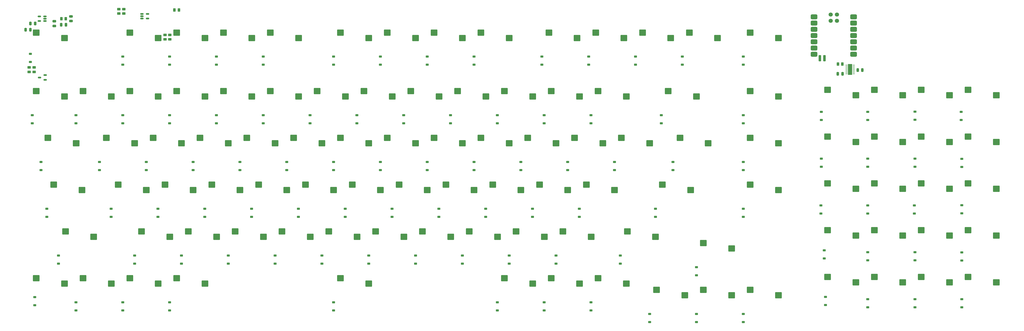
<source format=gbr>
%TF.GenerationSoftware,KiCad,Pcbnew,9.0.3*%
%TF.CreationDate,2026-01-06T15:55:56+03:00*%
%TF.ProjectId,Keyboard,4b657962-6f61-4726-942e-6b696361645f,rev?*%
%TF.SameCoordinates,Original*%
%TF.FileFunction,Paste,Bot*%
%TF.FilePolarity,Positive*%
%FSLAX46Y46*%
G04 Gerber Fmt 4.6, Leading zero omitted, Abs format (unit mm)*
G04 Created by KiCad (PCBNEW 9.0.3) date 2026-01-06 15:55:56*
%MOMM*%
%LPD*%
G01*
G04 APERTURE LIST*
G04 Aperture macros list*
%AMRoundRect*
0 Rectangle with rounded corners*
0 $1 Rounding radius*
0 $2 $3 $4 $5 $6 $7 $8 $9 X,Y pos of 4 corners*
0 Add a 4 corners polygon primitive as box body*
4,1,4,$2,$3,$4,$5,$6,$7,$8,$9,$2,$3,0*
0 Add four circle primitives for the rounded corners*
1,1,$1+$1,$2,$3*
1,1,$1+$1,$4,$5*
1,1,$1+$1,$6,$7*
1,1,$1+$1,$8,$9*
0 Add four rect primitives between the rounded corners*
20,1,$1+$1,$2,$3,$4,$5,0*
20,1,$1+$1,$4,$5,$6,$7,0*
20,1,$1+$1,$6,$7,$8,$9,0*
20,1,$1+$1,$8,$9,$2,$3,0*%
G04 Aperture macros list end*
%ADD10C,0.000000*%
%ADD11RoundRect,0.250000X-0.250000X-0.475000X0.250000X-0.475000X0.250000X0.475000X-0.250000X0.475000X0*%
%ADD12RoundRect,0.250000X0.250000X0.475000X-0.250000X0.475000X-0.250000X-0.475000X0.250000X-0.475000X0*%
%ADD13RoundRect,0.250000X-0.475000X0.250000X-0.475000X-0.250000X0.475000X-0.250000X0.475000X0.250000X0*%
%ADD14RoundRect,0.225000X0.375000X-0.225000X0.375000X0.225000X-0.375000X0.225000X-0.375000X-0.225000X0*%
%ADD15RoundRect,0.150000X0.512500X0.150000X-0.512500X0.150000X-0.512500X-0.150000X0.512500X-0.150000X0*%
%ADD16RoundRect,0.250000X0.450000X-0.262500X0.450000X0.262500X-0.450000X0.262500X-0.450000X-0.262500X0*%
%ADD17RoundRect,0.250000X-0.450000X0.262500X-0.450000X-0.262500X0.450000X-0.262500X0.450000X0.262500X0*%
%ADD18RoundRect,0.250000X-0.262500X-0.450000X0.262500X-0.450000X0.262500X0.450000X-0.262500X0.450000X0*%
%ADD19RoundRect,0.250000X0.262500X0.450000X-0.262500X0.450000X-0.262500X-0.450000X0.262500X-0.450000X0*%
%ADD20RoundRect,0.260000X-1.065000X-1.040000X1.065000X-1.040000X1.065000X1.040000X-1.065000X1.040000X0*%
%ADD21RoundRect,0.150000X-0.512500X-0.150000X0.512500X-0.150000X0.512500X0.150000X-0.512500X0.150000X0*%
%ADD22RoundRect,0.500000X0.875000X0.500000X-0.875000X0.500000X-0.875000X-0.500000X0.875000X-0.500000X0*%
%ADD23RoundRect,0.275000X-0.275000X0.975000X-0.275000X-0.975000X0.275000X-0.975000X0.275000X0.975000X0*%
%ADD24C,1.700000*%
%ADD25R,1.750000X4.500001*%
%ADD26R,0.804800X0.249200*%
G04 APERTURE END LIST*
D10*
%TO.C,U13*%
G36*
X341550269Y-32832236D02*
G01*
X340000269Y-32832236D01*
X340000269Y-31532235D01*
X341550269Y-31532235D01*
X341550269Y-32832236D01*
G37*
G36*
X341550269Y-31332235D02*
G01*
X340000269Y-31332235D01*
X340000269Y-30032235D01*
X341550269Y-30032235D01*
X341550269Y-31332235D01*
G37*
G36*
X341550269Y-29832235D02*
G01*
X340000269Y-29832235D01*
X340000269Y-28532234D01*
X341550269Y-28532234D01*
X341550269Y-29832235D01*
G37*
%TD*%
D11*
%TO.C,C3*%
X21700000Y-12500000D03*
X19800000Y-12500000D03*
%TD*%
D12*
%TO.C,C5*%
X7250000Y-12000000D03*
X9150000Y-12000000D03*
%TD*%
D11*
%TO.C,C6*%
X7200000Y-14500000D03*
X5300000Y-14500000D03*
%TD*%
D13*
%TO.C,C8*%
X17000000Y-12950000D03*
X17000000Y-11050000D03*
%TD*%
%TO.C,C11*%
X23750000Y-10950000D03*
X23750000Y-9050000D03*
%TD*%
D12*
%TO.C,C12*%
X337677669Y-32432235D03*
X335777669Y-32432235D03*
%TD*%
D11*
%TO.C,C13*%
X343872869Y-30932235D03*
X345772869Y-30932235D03*
%TD*%
D14*
%TO.C,D1*%
X7250000Y-24350000D03*
X7250000Y-27650000D03*
%TD*%
%TO.C,D2*%
X44870000Y-25450000D03*
X44870000Y-28750000D03*
%TD*%
%TO.C,D3*%
X63920000Y-25450000D03*
X63920000Y-28750000D03*
%TD*%
%TO.C,D4*%
X82970000Y-25450000D03*
X82970000Y-28750000D03*
%TD*%
%TO.C,D5*%
X102020000Y-25450000D03*
X102020000Y-28750000D03*
%TD*%
%TO.C,D6*%
X130595000Y-25450000D03*
X130595000Y-28750000D03*
%TD*%
%TO.C,D7*%
X149645000Y-25450000D03*
X149645000Y-28750000D03*
%TD*%
%TO.C,D8*%
X168695000Y-25450000D03*
X168695000Y-28750000D03*
%TD*%
%TO.C,D9*%
X187745000Y-25450000D03*
X187745000Y-28750000D03*
%TD*%
%TO.C,D10*%
X215367500Y-25450000D03*
X215367500Y-28750000D03*
%TD*%
%TO.C,D11*%
X234417500Y-25450000D03*
X234417500Y-28750000D03*
%TD*%
%TO.C,D12*%
X253467500Y-25450000D03*
X253467500Y-28750000D03*
%TD*%
%TO.C,D13*%
X272517500Y-25450000D03*
X272517500Y-28750000D03*
%TD*%
%TO.C,D14*%
X297282500Y-25450000D03*
X297282500Y-28750000D03*
%TD*%
%TO.C,D15*%
X8000000Y-49262500D03*
X8000000Y-52562500D03*
%TD*%
%TO.C,D16*%
X25820000Y-49262500D03*
X25820000Y-52562500D03*
%TD*%
%TO.C,D17*%
X44870000Y-49262500D03*
X44870000Y-52562500D03*
%TD*%
%TO.C,D18*%
X63920000Y-49262500D03*
X63920000Y-52562500D03*
%TD*%
%TO.C,D19*%
X82970000Y-49262500D03*
X82970000Y-52562500D03*
%TD*%
%TO.C,D20*%
X102020000Y-49262500D03*
X102020000Y-52562500D03*
%TD*%
%TO.C,D21*%
X121070000Y-49262500D03*
X121070000Y-52562500D03*
%TD*%
%TO.C,D22*%
X140120000Y-49262500D03*
X140120000Y-52562500D03*
%TD*%
%TO.C,D23*%
X159170000Y-49262500D03*
X159170000Y-52562500D03*
%TD*%
%TO.C,D24*%
X178220000Y-49262500D03*
X178220000Y-52562500D03*
%TD*%
%TO.C,D25*%
X197270000Y-49262500D03*
X197270000Y-52562500D03*
%TD*%
%TO.C,D26*%
X216320000Y-49262500D03*
X216320000Y-52562500D03*
%TD*%
%TO.C,D27*%
X235370000Y-49262500D03*
X235370000Y-52562500D03*
%TD*%
%TO.C,D28*%
X263945000Y-49262500D03*
X263945000Y-52562500D03*
%TD*%
%TO.C,D29*%
X297282500Y-49262500D03*
X297282500Y-52562500D03*
%TD*%
%TO.C,D30*%
X11532500Y-68312500D03*
X11532500Y-71612500D03*
%TD*%
%TO.C,D31*%
X35345000Y-68312500D03*
X35345000Y-71612500D03*
%TD*%
%TO.C,D32*%
X54395000Y-68312500D03*
X54395000Y-71612500D03*
%TD*%
%TO.C,D33*%
X73445000Y-68312500D03*
X73445000Y-71612500D03*
%TD*%
%TO.C,D34*%
X92495000Y-68312500D03*
X92495000Y-71612500D03*
%TD*%
%TO.C,D35*%
X111545000Y-68312500D03*
X111545000Y-71612500D03*
%TD*%
%TO.C,D36*%
X130595000Y-68312500D03*
X130595000Y-71612500D03*
%TD*%
%TO.C,D37*%
X149645000Y-68312500D03*
X149645000Y-71612500D03*
%TD*%
%TO.C,D38*%
X168695000Y-68312500D03*
X168695000Y-71612500D03*
%TD*%
%TO.C,D39*%
X187745000Y-68312500D03*
X187745000Y-71612500D03*
%TD*%
%TO.C,D40*%
X206795000Y-68312500D03*
X206795000Y-71612500D03*
%TD*%
%TO.C,D41*%
X225845000Y-68312500D03*
X225845000Y-71612500D03*
%TD*%
%TO.C,D42*%
X244895000Y-68312500D03*
X244895000Y-71612500D03*
%TD*%
%TO.C,D43*%
X268707500Y-68312500D03*
X268707500Y-71612500D03*
%TD*%
%TO.C,D44*%
X297282500Y-68312500D03*
X297282500Y-71612500D03*
%TD*%
%TO.C,D45*%
X13913750Y-87362500D03*
X13913750Y-90662500D03*
%TD*%
%TO.C,D46*%
X40107500Y-87362500D03*
X40107500Y-90662500D03*
%TD*%
%TO.C,D47*%
X59157500Y-87362500D03*
X59157500Y-90662500D03*
%TD*%
%TO.C,D48*%
X78207500Y-87362500D03*
X78207500Y-90662500D03*
%TD*%
%TO.C,D49*%
X97257500Y-87362500D03*
X97257500Y-90662500D03*
%TD*%
%TO.C,D50*%
X116307500Y-87362500D03*
X116307500Y-90662500D03*
%TD*%
%TO.C,D51*%
X135357500Y-87362500D03*
X135357500Y-90662500D03*
%TD*%
%TO.C,D52*%
X154407500Y-87362500D03*
X154407500Y-90662500D03*
%TD*%
%TO.C,D53*%
X173457500Y-87362500D03*
X173457500Y-90662500D03*
%TD*%
%TO.C,D54*%
X192507500Y-87362500D03*
X192507500Y-90662500D03*
%TD*%
%TO.C,D55*%
X211557500Y-87362500D03*
X211557500Y-90662500D03*
%TD*%
%TO.C,D56*%
X230607500Y-87362500D03*
X230607500Y-90662500D03*
%TD*%
%TO.C,D57*%
X261563750Y-87362500D03*
X261563750Y-90662500D03*
%TD*%
%TO.C,D58*%
X297282500Y-87362500D03*
X297282500Y-90662500D03*
%TD*%
%TO.C,D59*%
X18676250Y-106412500D03*
X18676250Y-109712500D03*
%TD*%
%TO.C,D60*%
X49632500Y-106412500D03*
X49632500Y-109712500D03*
%TD*%
%TO.C,D61*%
X68682500Y-106412500D03*
X68682500Y-109712500D03*
%TD*%
%TO.C,D62*%
X87732500Y-106412500D03*
X87732500Y-109712500D03*
%TD*%
%TO.C,D63*%
X106782500Y-106412500D03*
X106782500Y-109712500D03*
%TD*%
%TO.C,D64*%
X125832500Y-106412500D03*
X125832500Y-109712500D03*
%TD*%
%TO.C,D65*%
X144882500Y-106412500D03*
X144882500Y-109712500D03*
%TD*%
%TO.C,D66*%
X163932500Y-106412500D03*
X163932500Y-109712500D03*
%TD*%
%TO.C,D67*%
X182982500Y-106412500D03*
X182982500Y-109712500D03*
%TD*%
%TO.C,D68*%
X202032500Y-106412500D03*
X202032500Y-109712500D03*
%TD*%
%TO.C,D69*%
X221082500Y-106412500D03*
X221082500Y-109712500D03*
%TD*%
%TO.C,D70*%
X247276250Y-106412500D03*
X247276250Y-109712500D03*
%TD*%
%TO.C,D71*%
X278232500Y-111175000D03*
X278232500Y-114475000D03*
%TD*%
%TO.C,D72*%
X9000000Y-123350000D03*
X9000000Y-126650000D03*
%TD*%
%TO.C,D73*%
X25820000Y-125462500D03*
X25820000Y-128762500D03*
%TD*%
%TO.C,D74*%
X44870000Y-125462500D03*
X44870000Y-128762500D03*
%TD*%
%TO.C,D75*%
X63920000Y-125462500D03*
X63920000Y-128762500D03*
%TD*%
%TO.C,D76*%
X130595000Y-125462500D03*
X130595000Y-128762500D03*
%TD*%
%TO.C,D77*%
X197270000Y-125462500D03*
X197270000Y-128762500D03*
%TD*%
%TO.C,D78*%
X216320000Y-125462500D03*
X216320000Y-128762500D03*
%TD*%
%TO.C,D79*%
X235370000Y-125462500D03*
X235370000Y-128762500D03*
%TD*%
%TO.C,D80*%
X259182500Y-130225000D03*
X259182500Y-133525000D03*
%TD*%
%TO.C,D81*%
X278232500Y-130225000D03*
X278232500Y-133525000D03*
%TD*%
%TO.C,D82*%
X297282500Y-130225000D03*
X297282500Y-133525000D03*
%TD*%
D15*
%TO.C,D83*%
X10975000Y-33950000D03*
X13250000Y-34900000D03*
X13250000Y-33000000D03*
%TD*%
D14*
%TO.C,D84*%
X329030669Y-47959735D03*
X329030669Y-51259735D03*
%TD*%
%TO.C,D85*%
X347922669Y-47959735D03*
X347922669Y-51259735D03*
%TD*%
%TO.C,D86*%
X367130669Y-47881735D03*
X367130669Y-51181735D03*
%TD*%
%TO.C,D87*%
X385922669Y-47959735D03*
X385922669Y-51259735D03*
%TD*%
%TO.C,D88*%
X329030669Y-66959735D03*
X329030669Y-70259735D03*
%TD*%
%TO.C,D89*%
X347922669Y-66959735D03*
X347922669Y-70259735D03*
%TD*%
%TO.C,D90*%
X367130669Y-66959735D03*
X367130669Y-70259735D03*
%TD*%
%TO.C,D91*%
X386172669Y-67059735D03*
X386172669Y-70359735D03*
%TD*%
%TO.C,D92*%
X328922669Y-86059735D03*
X328922669Y-89359735D03*
%TD*%
%TO.C,D93*%
X347922669Y-86059735D03*
X347922669Y-89359735D03*
%TD*%
%TO.C,D94*%
X366922669Y-86059735D03*
X366922669Y-89359735D03*
%TD*%
%TO.C,D95*%
X386172669Y-85959735D03*
X386172669Y-89259735D03*
%TD*%
%TO.C,D96*%
X330227669Y-104332235D03*
X330227669Y-107632235D03*
%TD*%
%TO.C,D97*%
X347922669Y-105059735D03*
X347922669Y-108359735D03*
%TD*%
%TO.C,D98*%
X367172669Y-105059735D03*
X367172669Y-108359735D03*
%TD*%
%TO.C,D99*%
X386172669Y-105209735D03*
X386172669Y-108509735D03*
%TD*%
%TO.C,D100*%
X330727669Y-123332235D03*
X330727669Y-126632235D03*
%TD*%
%TO.C,D101*%
X347922669Y-124209735D03*
X347922669Y-127509735D03*
%TD*%
%TO.C,D102*%
X367172669Y-124209735D03*
X367172669Y-127509735D03*
%TD*%
%TO.C,D103*%
X386172669Y-124209735D03*
X386172669Y-127509735D03*
%TD*%
D16*
%TO.C,R1*%
X45250000Y-6087500D03*
X45250000Y-7912500D03*
%TD*%
%TO.C,R2*%
X43250000Y-6087500D03*
X43250000Y-7912500D03*
%TD*%
D17*
%TO.C,R5*%
X63964881Y-18412806D03*
X63964881Y-16587806D03*
%TD*%
D16*
%TO.C,R8*%
X62003046Y-16587500D03*
X62003046Y-18412500D03*
%TD*%
D17*
%TO.C,R9*%
X6750000Y-31662500D03*
X6750000Y-29837500D03*
%TD*%
%TO.C,R10*%
X8750000Y-31662500D03*
X8750000Y-29837500D03*
%TD*%
D18*
%TO.C,R11*%
X67662500Y-6500000D03*
X65837500Y-6500000D03*
%TD*%
D19*
%TO.C,R20*%
X19837500Y-10000000D03*
X21662500Y-10000000D03*
%TD*%
%TO.C,R26*%
X337640169Y-28482235D03*
X335815169Y-28482235D03*
%TD*%
D20*
%TO.C,SW1*%
X21095000Y-17850000D03*
X9605000Y-15650000D03*
%TD*%
%TO.C,SW2*%
X59195000Y-17850000D03*
X47705000Y-15650000D03*
%TD*%
%TO.C,SW3*%
X78245000Y-17850000D03*
X66755000Y-15650000D03*
%TD*%
%TO.C,SW4*%
X97295000Y-17850000D03*
X85805000Y-15650000D03*
%TD*%
%TO.C,SW5*%
X116345000Y-17850000D03*
X104855000Y-15650000D03*
%TD*%
%TO.C,SW6*%
X144920000Y-17850000D03*
X133430000Y-15650000D03*
%TD*%
%TO.C,SW7*%
X163970000Y-17850000D03*
X152480000Y-15650000D03*
%TD*%
%TO.C,SW8*%
X183020000Y-17850000D03*
X171530000Y-15650000D03*
%TD*%
%TO.C,SW9*%
X202070000Y-17850000D03*
X190580000Y-15650000D03*
%TD*%
%TO.C,SW10*%
X229692500Y-17850000D03*
X218202500Y-15650000D03*
%TD*%
%TO.C,SW11*%
X248742500Y-17850000D03*
X237252500Y-15650000D03*
%TD*%
%TO.C,SW12*%
X267792500Y-17850000D03*
X256302500Y-15650000D03*
%TD*%
%TO.C,SW13*%
X286842500Y-17850000D03*
X275352500Y-15650000D03*
%TD*%
%TO.C,SW14*%
X311607500Y-17850000D03*
X300117500Y-15650000D03*
%TD*%
%TO.C,SW15*%
X21095000Y-41662500D03*
X9605000Y-39462500D03*
%TD*%
%TO.C,SW16*%
X40145000Y-41662500D03*
X28655000Y-39462500D03*
%TD*%
%TO.C,SW17*%
X59195000Y-41662500D03*
X47705000Y-39462500D03*
%TD*%
%TO.C,SW18*%
X78245000Y-41662500D03*
X66755000Y-39462500D03*
%TD*%
%TO.C,SW19*%
X97295000Y-41662500D03*
X85805000Y-39462500D03*
%TD*%
%TO.C,SW20*%
X116345000Y-41662500D03*
X104855000Y-39462500D03*
%TD*%
%TO.C,SW21*%
X135395000Y-41662500D03*
X123905000Y-39462500D03*
%TD*%
%TO.C,SW22*%
X154445000Y-41662500D03*
X142955000Y-39462500D03*
%TD*%
%TO.C,SW23*%
X173495000Y-41662500D03*
X162005000Y-39462500D03*
%TD*%
%TO.C,SW24*%
X192545000Y-41662500D03*
X181055000Y-39462500D03*
%TD*%
%TO.C,SW25*%
X211595000Y-41662500D03*
X200105000Y-39462500D03*
%TD*%
%TO.C,SW26*%
X230645000Y-41662500D03*
X219155000Y-39462500D03*
%TD*%
%TO.C,SW27*%
X249695000Y-41662500D03*
X238205000Y-39462500D03*
%TD*%
%TO.C,SW28*%
X278270000Y-41662500D03*
X266780000Y-39462500D03*
%TD*%
%TO.C,SW29*%
X311607500Y-41662500D03*
X300117500Y-39462500D03*
%TD*%
%TO.C,SW30*%
X25857500Y-60712500D03*
X14367500Y-58512500D03*
%TD*%
%TO.C,SW31*%
X49670000Y-60712500D03*
X38180000Y-58512500D03*
%TD*%
%TO.C,SW32*%
X68720000Y-60712500D03*
X57230000Y-58512500D03*
%TD*%
%TO.C,SW33*%
X87770000Y-60712500D03*
X76280000Y-58512500D03*
%TD*%
%TO.C,SW34*%
X106820000Y-60712500D03*
X95330000Y-58512500D03*
%TD*%
%TO.C,SW35*%
X125870000Y-60712500D03*
X114380000Y-58512500D03*
%TD*%
%TO.C,SW36*%
X144920000Y-60712500D03*
X133430000Y-58512500D03*
%TD*%
%TO.C,SW37*%
X163970000Y-60712500D03*
X152480000Y-58512500D03*
%TD*%
%TO.C,SW38*%
X183020000Y-60712500D03*
X171530000Y-58512500D03*
%TD*%
%TO.C,SW39*%
X202070000Y-60712500D03*
X190580000Y-58512500D03*
%TD*%
%TO.C,SW40*%
X221120000Y-60712500D03*
X209630000Y-58512500D03*
%TD*%
%TO.C,SW41*%
X240170000Y-60712500D03*
X228680000Y-58512500D03*
%TD*%
%TO.C,SW42*%
X259220000Y-60712500D03*
X247730000Y-58512500D03*
%TD*%
%TO.C,SW43*%
X283032500Y-60712500D03*
X271542500Y-58512500D03*
%TD*%
%TO.C,SW44*%
X311607500Y-60712500D03*
X300117500Y-58512500D03*
%TD*%
%TO.C,SW45*%
X28238750Y-79762500D03*
X16748750Y-77562500D03*
%TD*%
%TO.C,SW46*%
X54432500Y-79762500D03*
X42942500Y-77562500D03*
%TD*%
%TO.C,SW47*%
X73482500Y-79762500D03*
X61992500Y-77562500D03*
%TD*%
%TO.C,SW48*%
X92532500Y-79762500D03*
X81042500Y-77562500D03*
%TD*%
%TO.C,SW49*%
X111582500Y-79762500D03*
X100092500Y-77562500D03*
%TD*%
%TO.C,SW50*%
X130632500Y-79762500D03*
X119142500Y-77562500D03*
%TD*%
%TO.C,SW51*%
X149682500Y-79762500D03*
X138192500Y-77562500D03*
%TD*%
%TO.C,SW52*%
X168732500Y-79762500D03*
X157242500Y-77562500D03*
%TD*%
%TO.C,SW53*%
X187782500Y-79762500D03*
X176292500Y-77562500D03*
%TD*%
%TO.C,SW54*%
X206832500Y-79762500D03*
X195342500Y-77562500D03*
%TD*%
%TO.C,SW55*%
X225882500Y-79762500D03*
X214392500Y-77562500D03*
%TD*%
%TO.C,SW56*%
X244932500Y-79762500D03*
X233442500Y-77562500D03*
%TD*%
%TO.C,SW57*%
X275888750Y-79762500D03*
X264398750Y-77562500D03*
%TD*%
%TO.C,SW58*%
X311607500Y-79762500D03*
X300117500Y-77562500D03*
%TD*%
%TO.C,SW59*%
X33001250Y-98812500D03*
X21511250Y-96612500D03*
%TD*%
%TO.C,SW60*%
X63957500Y-98812500D03*
X52467500Y-96612500D03*
%TD*%
%TO.C,SW61*%
X83007500Y-98812500D03*
X71517500Y-96612500D03*
%TD*%
%TO.C,SW62*%
X102057500Y-98812500D03*
X90567500Y-96612500D03*
%TD*%
%TO.C,SW63*%
X121107500Y-98812500D03*
X109617500Y-96612500D03*
%TD*%
%TO.C,SW64*%
X140157500Y-98812500D03*
X128667500Y-96612500D03*
%TD*%
%TO.C,SW65*%
X159207500Y-98812500D03*
X147717500Y-96612500D03*
%TD*%
%TO.C,SW66*%
X178257500Y-98812500D03*
X166767500Y-96612500D03*
%TD*%
%TO.C,SW67*%
X197307500Y-98812500D03*
X185817500Y-96612500D03*
%TD*%
%TO.C,SW68*%
X216357500Y-98812500D03*
X204867500Y-96612500D03*
%TD*%
%TO.C,SW69*%
X235407500Y-98812500D03*
X223917500Y-96612500D03*
%TD*%
%TO.C,SW70*%
X261601250Y-98812500D03*
X250111250Y-96612500D03*
%TD*%
%TO.C,SW71*%
X292557500Y-103575000D03*
X281067500Y-101375000D03*
%TD*%
%TO.C,SW72*%
X21095000Y-117862500D03*
X9605000Y-115662500D03*
%TD*%
%TO.C,SW73*%
X40145000Y-117862500D03*
X28655000Y-115662500D03*
%TD*%
%TO.C,SW74*%
X59195000Y-117862500D03*
X47705000Y-115662500D03*
%TD*%
%TO.C,SW75*%
X78245000Y-117862500D03*
X66755000Y-115662500D03*
%TD*%
%TO.C,SW76*%
X144920000Y-117862500D03*
X133430000Y-115662500D03*
%TD*%
%TO.C,SW77*%
X211595000Y-117862500D03*
X200105000Y-115662500D03*
%TD*%
%TO.C,SW78*%
X230645000Y-117862500D03*
X219155000Y-115662500D03*
%TD*%
%TO.C,SW79*%
X249695000Y-117862500D03*
X238205000Y-115662500D03*
%TD*%
%TO.C,SW80*%
X273507500Y-122625000D03*
X262017500Y-120425000D03*
%TD*%
%TO.C,SW81*%
X292557500Y-122625000D03*
X281067500Y-120425000D03*
%TD*%
%TO.C,SW82*%
X311607500Y-122625000D03*
X300117500Y-120425000D03*
%TD*%
%TO.C,SW83*%
X343117669Y-41209735D03*
X331627669Y-39009735D03*
%TD*%
%TO.C,SW84*%
X362167669Y-41209735D03*
X350677669Y-39009735D03*
%TD*%
%TO.C,SW85*%
X381217669Y-41209735D03*
X369727669Y-39009735D03*
%TD*%
%TO.C,SW86*%
X400267669Y-41209735D03*
X388777669Y-39009735D03*
%TD*%
%TO.C,SW87*%
X343117669Y-60259735D03*
X331627669Y-58059735D03*
%TD*%
%TO.C,SW88*%
X362167669Y-60259735D03*
X350677669Y-58059735D03*
%TD*%
%TO.C,SW89*%
X381217669Y-60259735D03*
X369727669Y-58059735D03*
%TD*%
%TO.C,SW90*%
X400267669Y-60259735D03*
X388777669Y-58059735D03*
%TD*%
%TO.C,SW91*%
X343117669Y-79309735D03*
X331627669Y-77109735D03*
%TD*%
%TO.C,SW92*%
X362167669Y-79309735D03*
X350677669Y-77109735D03*
%TD*%
%TO.C,SW93*%
X381217669Y-79309735D03*
X369727669Y-77109735D03*
%TD*%
%TO.C,SW94*%
X400267669Y-79309735D03*
X388777669Y-77109735D03*
%TD*%
%TO.C,SW95*%
X343117669Y-98359735D03*
X331627669Y-96159735D03*
%TD*%
%TO.C,SW96*%
X362167669Y-98359735D03*
X350677669Y-96159735D03*
%TD*%
%TO.C,SW97*%
X369727669Y-96159735D03*
X381217669Y-98359735D03*
%TD*%
%TO.C,SW98*%
X400267669Y-98359735D03*
X388777669Y-96159735D03*
%TD*%
%TO.C,SW99*%
X343117669Y-117409735D03*
X331627669Y-115209735D03*
%TD*%
%TO.C,SW100*%
X362167669Y-117409735D03*
X350677669Y-115209735D03*
%TD*%
%TO.C,SW101*%
X381217669Y-117409735D03*
X369727669Y-115209735D03*
%TD*%
%TO.C,SW102*%
X400267669Y-117409735D03*
X388777669Y-115209735D03*
%TD*%
D15*
%TO.C,U4*%
X10862500Y-9050000D03*
X10862500Y-10950000D03*
X13137500Y-10950000D03*
X13137500Y-10000000D03*
X13137500Y-9050000D03*
%TD*%
D21*
%TO.C,U5*%
X54887500Y-9950000D03*
X54887500Y-8050000D03*
X52612500Y-8050000D03*
X52612500Y-9000000D03*
X52612500Y-9950000D03*
%TD*%
D22*
%TO.C,U6*%
X342223169Y-9287235D03*
X342223169Y-11827235D03*
X342223169Y-14367235D03*
X342223169Y-16907235D03*
X342223169Y-19447235D03*
X342223169Y-21987235D03*
X342223169Y-24527235D03*
X326058169Y-24527235D03*
X326058169Y-21987235D03*
X326058169Y-19447235D03*
X326058169Y-16907235D03*
X326058169Y-14367235D03*
X326058169Y-11827235D03*
X326058169Y-9287235D03*
D23*
X330358169Y-26144135D03*
X328453169Y-26144135D03*
D24*
X335438169Y-8338735D03*
X332898169Y-8338735D03*
X335438169Y-10878735D03*
X332898169Y-10878735D03*
%TD*%
D25*
%TO.C,U13*%
X340775269Y-30682235D03*
D26*
X339322869Y-28932236D03*
X339322869Y-29432235D03*
X339322869Y-29932237D03*
X339322869Y-30432235D03*
X339322869Y-30932235D03*
X339322869Y-31432236D03*
X339322869Y-31932235D03*
X339322869Y-32432237D03*
X342227669Y-32432234D03*
X342227669Y-31932235D03*
X342227669Y-31432233D03*
X342227669Y-30932235D03*
X342227669Y-30432235D03*
X342227669Y-29932234D03*
X342227669Y-29432235D03*
X342227669Y-28932233D03*
%TD*%
M02*

</source>
